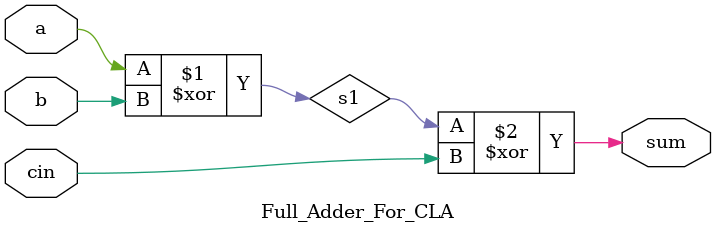
<source format=v>
`timescale 1ns / 1ps


module Full_Adder_For_CLA( a, b, cin, sum);

input   a,b;
input cin;
output  sum;
//output cout;
wire c1,c2,s1, A, B, Cin;

//this is for Sum Logic 

xor xor1(s1, a, b);
xor xor2(sum, s1, cin);
 

endmodule

</source>
